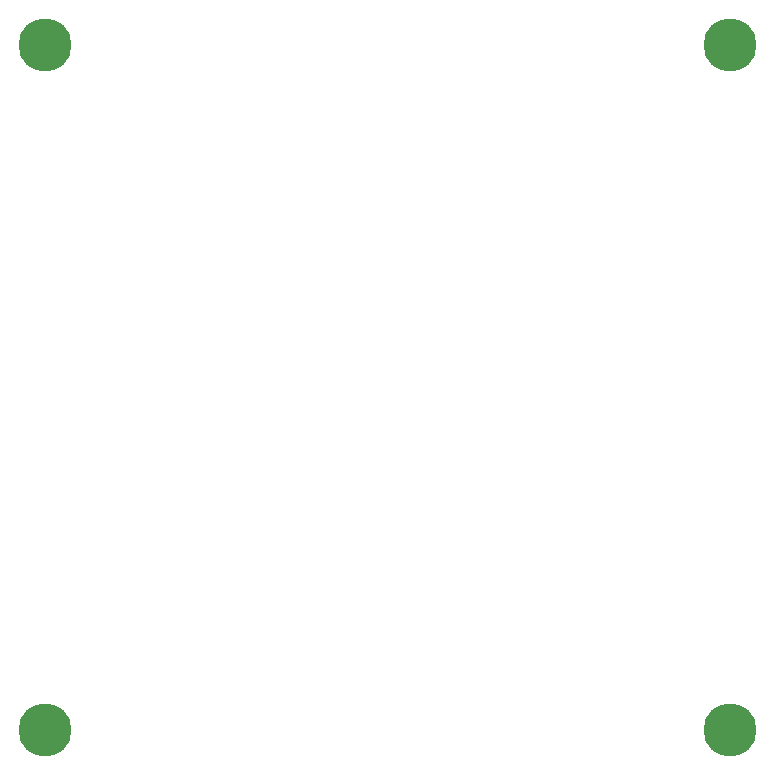
<source format=gbr>
%TF.GenerationSoftware,KiCad,Pcbnew,5.1.6-1.fc32*%
%TF.CreationDate,2020-07-09T20:52:17-05:00*%
%TF.ProjectId,case_plate,63617365-5f70-46c6-9174-652e6b696361,rev?*%
%TF.SameCoordinates,Original*%
%TF.FileFunction,Soldermask,Bot*%
%TF.FilePolarity,Negative*%
%FSLAX46Y46*%
G04 Gerber Fmt 4.6, Leading zero omitted, Abs format (unit mm)*
G04 Created by KiCad (PCBNEW 5.1.6-1.fc32) date 2020-07-09 20:52:17*
%MOMM*%
%LPD*%
G01*
G04 APERTURE LIST*
%ADD10C,0.800000*%
%ADD11C,4.500000*%
G04 APERTURE END LIST*
D10*
%TO.C,REF\u002A\u002A*%
X91166726Y-146833274D03*
X90000000Y-146350000D03*
X88833274Y-146833274D03*
X88350000Y-148000000D03*
X88833274Y-149166726D03*
X90000000Y-149650000D03*
X91166726Y-149166726D03*
X91650000Y-148000000D03*
D11*
X90000000Y-148000000D03*
%TD*%
D10*
%TO.C,REF\u002A\u002A*%
X149166726Y-146833274D03*
X148000000Y-146350000D03*
X146833274Y-146833274D03*
X146350000Y-148000000D03*
X146833274Y-149166726D03*
X148000000Y-149650000D03*
X149166726Y-149166726D03*
X149650000Y-148000000D03*
D11*
X148000000Y-148000000D03*
%TD*%
D10*
%TO.C,REF\u002A\u002A*%
X149166726Y-88833274D03*
X148000000Y-88350000D03*
X146833274Y-88833274D03*
X146350000Y-90000000D03*
X146833274Y-91166726D03*
X148000000Y-91650000D03*
X149166726Y-91166726D03*
X149650000Y-90000000D03*
D11*
X148000000Y-90000000D03*
%TD*%
D10*
%TO.C,REF\u002A\u002A*%
X91166726Y-88833274D03*
X90000000Y-88350000D03*
X88833274Y-88833274D03*
X88350000Y-90000000D03*
X88833274Y-91166726D03*
X90000000Y-91650000D03*
X91166726Y-91166726D03*
X91650000Y-90000000D03*
D11*
X90000000Y-90000000D03*
%TD*%
M02*

</source>
